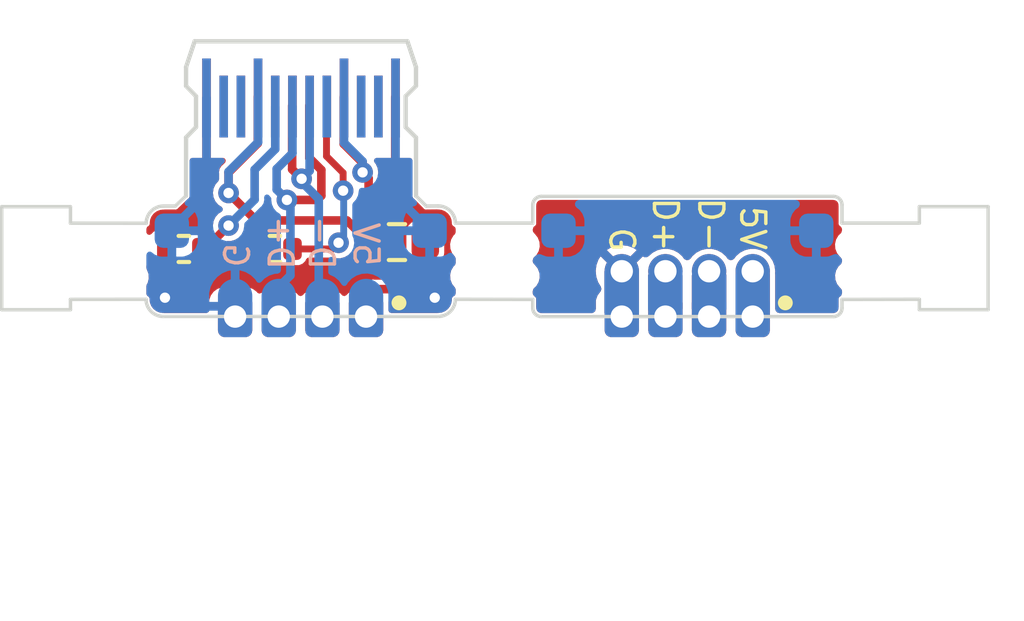
<source format=kicad_pcb>
(kicad_pcb (version 20211014) (generator pcbnew)
  (layers (0 "F.Cu" signal) (31 "B.Cu" signal) (34 "B.Paste" user) (35 "F.Paste" user) (36 "B.SilkS" user "B.Silkscreen") (37 "F.SilkS" user "F.Silkscreen") (38 "B.Mask" user) (39 "F.Mask" user) (44 "Edge.Cuts" user))
  (net 0 "")
  (net 1 "+5V")
  (net 4 "VBUS")
  (net 5 "Net-(CN1-PadP$A5)")
  (net 11 "Net-(CN1-PadP$B5)")
  (net 15 "/USBD+")
  (net 16 "/USBD-")
  (net 17 "GNDA")
  (net 18 "/5V_B")
  (net 19 "/USBD-_B")
  (net 20 "/USBD+_B")
  (net 21 "/GNDB")
  (footprint "204-pcb-wearable:STAMPHOLE_TWO" (layer "F.Cu") (at 89.625 112.95 90)
    (fp_text reference "REF**")
    (fp_text value "STAMPHOLE_TWO")
    (pad "" np_thru_hole circle locked (at 0 0 90) (size 0.6 0.6) (drill 0.6) (layers F&B.Cu *.Mask))
    (pad "" np_thru_hole circle locked (at -0.9 0 90) (size 0.6 0.6) (drill 0.6) (layers F&B.Cu *.Mask))
  )
  (footprint "204-pcb-wearable:R_0402_1005Metric_nosilk" (layer "F.Cu") (at 93.75 113.030447 180)
    (fp_text reference "R4")
    (fp_text value "5.1k")
    (fp_line (start -0.153641 -0.38) (end 0.153641 -0.38) (layer "F.SilkS") (width 0.12))
    (fp_line (start -0.153641 0.38) (end 0.153641 0.38) (layer "F.SilkS") (width 0.12))
    (pad "1" smd roundrect (at -0.51 0 180) (size 0.54 0.64) (layers "F.Cu" "F.Paste" "F.Mask") (net 11 "Net-(CN1-PadP$B5)"))
    (pad "2" smd roundrect (at 0.51 0 180) (size 0.54 0.64) (layers "F.Cu" "F.Paste" "F.Mask") (net 17 "GNDA"))
  )
  (footprint "204-pcb-wearable:R_0402_1005Metric_nosilk" (layer "F.Cu") (at 91.1 113.030447 180)
    (fp_text reference "R3")
    (fp_text value "5.1k")
    (fp_line (start -0.153641 -0.38) (end 0.153641 -0.38) (layer "F.SilkS") (width 0.12))
    (fp_line (start -0.153641 0.38) (end 0.153641 0.38) (layer "F.SilkS") (width 0.12))
    (pad "1" smd roundrect (at -0.51 0 180) (size 0.54 0.64) (layers "F.Cu" "F.Paste" "F.Mask") (net 5 "Net-(CN1-PadP$A5)"))
    (pad "2" smd roundrect (at 0.51 0 180) (size 0.54 0.64) (layers "F.Cu" "F.Paste" "F.Mask") (net 17 "GNDA"))
  )
  (footprint "204-pcb-wearable:STAMPHOLE_TWO" (layer "F.Cu") (at 99.3 112.925 90)
    (fp_text reference "REF**")
    (fp_text value "STAMPHOLE_TWO")
    (pad "" np_thru_hole circle locked (at 0 0 90) (size 0.6 0.6) (drill 0.6) (layers *.Cu *.Mask))
    (pad "" np_thru_hole circle locked (at -0.9 0 90) (size 0.6 0.6) (drill 0.6) (layers *.Cu *.Mask))
  )
  (footprint "Resistor_SMD:R_0603_1608Metric" (layer "F.Cu") (at 97.3 112.830447)
    (fp_text reference "PL1")
    (fp_text value "0ZCM0003FF2G")
    (fp_line (start -0.237258 0.5225) (end 0.237258 0.5225) (layer "F.SilkS") (width 0.12))
    (fp_line (start -0.237258 -0.5225) (end 0.237258 -0.5225) (layer "F.SilkS") (width 0.12))
    (pad "1" smd roundrect (at -0.825 0) (size 0.8 0.95) (layers "F.Cu" "F.Paste" "F.Mask") (net 4 "VBUS"))
    (pad "2" smd roundrect (at 0.825 0) (size 0.8 0.95) (layers "F.Cu" "F.Paste" "F.Mask") (net 1 "+5V"))
  )
  (footprint "204-pcb-wearable:pad_1x04_P1.27mm_usbc" (layer "F.Cu") (at 90 115 -90)
    (fp_text reference "J1")
    (fp_text value "Conn_01x04")
    (fp_text user "D+" (at -3 -3.9 -90 unlocked) (layer "B.SilkS") (effects (font (size 0.7 0.7) (thickness 0.1)) (justify right mirror)))
    (fp_text user "5V" (at -2.8 -6.4 -90 unlocked) (layer "B.SilkS") (effects (font (size 0.7 0.7) (thickness 0.1)) (justify right mirror)))
    (fp_text user "D-" (at -3 -5.1 -90 unlocked) (layer "B.SilkS") (effects (font (size 0.7 0.7) (thickness 0.1)) (justify right mirror)))
    (fp_text user "G" (at -2.2 -2.6 -90 unlocked) (layer "B.SilkS") (effects (font (size 0.7 0.7) (thickness 0.1)) (justify right mirror)))
    (pad "1" thru_hole roundrect (at 0 -6.4008 270) (size 1.2 1) (drill 0.65) (property pad_prop_castellated) (layers *.Mask "F.Cu" "In1.Cu" "B.Cu") (roundrect_rratio 0.2) (chamfer_ratio 0.2) (chamfer) (net 1 "+5V"))
    (pad "1" smd oval (at 0 -6.4008 270) (size 1.6 1) (drill (offset -0.3 0)) (layers "B.Cu" "B.Mask") (net 1 "+5V"))
    (pad "2" smd oval (at 0 -5.1308 270) (size 1.6 1) (drill (offset -0.3 0)) (layers "B.Cu" "B.Mask") (net 16 "/USBD-"))
    (pad "2" thru_hole roundrect (at 0 -5.1308 270) (size 1.2 1) (drill 0.65) (property pad_prop_castellated) (layers *.Mask "F.Cu" "In1.Cu" "B.Cu") (roundrect_rratio 0.2) (chamfer_ratio 0.2) (chamfer) (net 16 "/USBD-"))
    (pad "3" thru_hole roundrect (at 0 -3.8608 270) (size 1.2 1) (drill 0.65) (property pad_prop_castellated) (layers *.Mask "F.Cu" "In1.Cu" "B.Cu") (roundrect_rratio 0.2) (chamfer_ratio 0.2) (chamfer) (net 15 "/USBD+"))
    (pad "3" smd oval (at 0 -3.8608 270) (size 1.6 1) (drill (offset -0.3 0)) (layers "B.Cu" "B.Mask") (net 15 "/USBD+"))
    (pad "4" thru_hole roundrect (at 0 -2.5908 270) (size 1.2 1) (drill 0.65) (property pad_prop_castellated) (layers *.Mask "F.Cu" "In1.Cu" "B.Cu") (roundrect_rratio 0.2) (chamfer_ratio 0.2) (chamfer) (net 17 "GNDA"))
    (pad "4" smd oval (at 0 -2.5908 270) (size 1.6 1) (drill (offset -0.3 0)) (layers "B.Cu" "B.Mask") (net 17 "GNDA"))
    (pad "4" smd roundrect (at -2.5 -0.75) (size 1 1) (layers "B.Cu" "B.Paste" "B.Mask") (net 17 "GNDA"))
    (pad "4" smd roundrect (at -2.5 -8.25) (size 1 1) (layers "B.Cu" "B.Paste" "B.Mask") (net 17 "GNDA"))
  )
  (footprint "204-pcb-wearable:STAMPHOLE_TWO" (layer "F.Cu") (at 101 112.925 90)
    (fp_text reference "REF**")
    (fp_text value "STAMPHOLE_TWO")
    (pad "" np_thru_hole circle locked (at -0.9 0 90) (size 0.6 0.6) (drill 0.6) (layers *.Cu *.Mask))
    (pad "" np_thru_hole circle locked (at 0 0 90) (size 0.6 0.6) (drill 0.6) (layers *.Cu *.Mask))
  )
  (footprint "204-pcb-wearable:pad_1x04_P1.27mm_usbc_with_hole" (layer "F.Cu") (at 101.25 115 -90)
    (fp_text reference "J2")
    (fp_text value "Conn_01x04")
    (fp_text user "D-" (at -1.8288 -5.1816 -90 unlocked) (layer "F.SilkS") (effects (font (size 0.7 0.7) (thickness 0.1)) (justify right)))
    (fp_text user "D+" (at -1.8288 -3.8608 -90 unlocked) (layer "F.SilkS") (effects (font (size 0.7 0.7) (thickness 0.1)) (justify right)))
    (fp_text user "G" (at -1.8288 -2.5908 -90 unlocked) (layer "F.SilkS") (effects (font (size 0.7 0.7) (thickness 0.1)) (justify right)))
    (fp_text user "5V" (at -1.8796 -6.4008 -90 unlocked) (layer "F.SilkS") (effects (font (size 0.7 0.7) (thickness 0.1)) (justify right)))
    (pad "1" thru_hole circle (at -1.3208 -6.4008 270) (size 1 1) (drill 0.65) (property pad_prop_castellated) (layers *.Cu *.Mask) (net 18 "/5V_B"))
    (pad "1" thru_hole roundrect (at 0 -6.4008 270) (size 1.2 1) (drill 0.65) (property pad_prop_castellated) (layers *.Mask "F.Cu" "In1.Cu" "B.Cu") (roundrect_rratio 0.2) (chamfer_ratio 0.2) (chamfer) (net 18 "/5V_B"))
    (pad "2" thru_hole circle (at -1.3208 -5.1308 270) (size 1 1) (drill 0.65) (property pad_prop_castellated) (layers *.Cu *.Mask) (net 19 "/USBD-_B"))
    (pad "2" thru_hole roundrect (at 0 -5.1308 270) (size 1.2 1) (drill 0.65) (property pad_prop_castellated) (layers *.Mask "F.Cu" "In1.Cu" "B.Cu") (roundrect_rratio 0.2) (chamfer_ratio 0.2) (chamfer) (net 19 "/USBD-_B"))
    (pad "3" thru_hole circle (at -1.3208 -3.8608 270) (size 1 1) (drill 0.65) (property pad_prop_castellated) (layers *.Cu *.Mask) (net 20 "/USBD+_B"))
    (pad "3" thru_hole roundrect (at 0 -3.8608 270) (size 1.2 1) (drill 0.65) (property pad_prop_castellated) (layers *.Mask "F.Cu" "In1.Cu" "B.Cu") (roundrect_rratio 0.2) (chamfer_ratio 0.2) (chamfer) (net 20 "/USBD+_B"))
    (pad "4" smd roundrect (at -2.5 -0.75) (size 1 1) (layers "B.Cu" "B.Paste" "B.Mask") (net 21 "/GNDB"))
    (pad "4" smd roundrect (at -2.5 -8.25) (size 1 1) (layers "B.Cu" "B.Paste" "B.Mask") (net 21 "/GNDB"))
    (pad "4" thru_hole roundrect (at 0 -2.5908 270) (size 1.2 1) (drill 0.65) (property pad_prop_castellated) (layers *.Mask "F.Cu" "In1.Cu" "B.Cu") (roundrect_rratio 0.2) (chamfer_ratio 0.2) (chamfer) (net 21 "/GNDB"))
    (pad "4" thru_hole circle (at -1.3208 -2.5908 270) (size 1 1) (drill 0.65) (property pad_prop_castellated) (layers *.Cu *.Mask) (net 21 "/GNDB"))
  )
  (footprint "204-pcb-wearable:STAMPHOLE_TWO" (layer "B.Cu") (at 112.2 112.925 90)
    (fp_text reference "REF**")
    (fp_text value "STAMPHOLE_TWO")
    (pad "" np_thru_hole circle locked (at 0 0 90) (size 0.6 0.6) (drill 0.6) (layers F&B.Cu *.Mask))
    (pad "" np_thru_hole circle locked (at -0.9 0 90) (size 0.6 0.6) (drill 0.6) (layers F&B.Cu *.Mask))
  )
  (footprint "204-pcb-wearable:STAMPHOLE_TWO" (layer "B.Cu") (at 110.5 112.925 90)
    (fp_text reference "REF**")
    (fp_text value "STAMPHOLE_TWO")
    (pad "" np_thru_hole circle locked (at -0.9 0 90) (size 0.6 0.6) (drill 0.6) (layers F&B.Cu *.Mask))
    (pad "" np_thru_hole circle locked (at 0 0 90) (size 0.6 0.6) (drill 0.6) (layers F&B.Cu *.Mask))
  )
  (footprint "203-business-card:USB-C_PCBPLUG" (layer "B.Cu") (at 94.508649 108.884047 90)
    (fp_text reference "CN1" hide)
    (fp_text value "CON_USB-CPCBPLUG" hide)
    (fp_line (start -0.6 -3.055) (end 0.3 -3.055) (layer "Edge.Cuts") (width 0.127))
    (fp_line (start 0.3 3.045) (end 0.6 3.345) (layer "Edge.Cuts") (width 0.127))
    (fp_line (start 0.6 -3.345) (end 1.15 -3.345) (layer "Edge.Cuts") (width 0.127))
    (fp_line (start 1.9 -3.095) (end 1.15 -3.345) (layer "Edge.Cuts") (width 0.127))
    (fp_line (start -2.6 3.345) (end -0.9 3.345) (layer "Edge.Cuts") (width 0.127))
    (fp_line (start 1.15 3.345) (end 1.9 3.095) (layer "Edge.Cuts") (width 0.127))
    (fp_line (start -2.6 -3.345) (end -0.9 -3.345) (layer "Edge.Cuts") (width 0.127))
    (fp_line (start 0.3 -3.055) (end 0.6 -3.345) (layer "Edge.Cuts") (width 0.127))
    (fp_line (start -0.9 -3.345) (end -0.6 -3.055) (layer "Edge.Cuts") (width 0.127))
    (fp_line (start 1.9 3.095) (end 1.9 -3.095) (layer "Edge.Cuts") (width 0.127))
    (fp_line (start 0.6 3.345) (end 1.15 3.345) (layer "Edge.Cuts") (width 0.127))
    (fp_line (start -0.6 3.045) (end 0.3 3.045) (layer "Edge.Cuts") (width 0.127))
    (fp_line (start -0.9 3.345) (end -0.6 3.045) (layer "Edge.Cuts") (width 0.127))
    (pad "P$A1" smd rect locked (at 0.25 -2.75 90) (size 2.3 0.25) (layers "B.Cu" "B.Mask") (net 17 "GNDA"))
    (pad "P$A2" smd rect locked (at 0 -2.25 90) (size 1.8 0.25) (layers "B.Cu" "B.Mask"))
    (pad "P$A3" smd rect locked (at 0 -1.75 90) (size 1.8 0.25) (layers "B.Cu" "B.Mask"))
    (pad "P$A4" smd rect locked (at 0.25 -1.25 90) (size 2.3 0.25) (layers "B.Cu" "B.Mask") (net 4 "VBUS"))
    (pad "P$A5" smd rect locked (at 0 -0.75 90) (size 1.8 0.25) (layers "B.Cu" "B.Mask") (net 5 "Net-(CN1-PadP$A5)"))
    (pad "P$A6" smd rect locked (at 0 -0.25 90) (size 1.8 0.25) (layers "B.Cu" "B.Mask") (net 15 "/USBD+"))
    (pad "P$A7" smd rect locked (at 0 0.25 90) (size 1.8 0.25) (layers "B.Cu" "B.Mask") (net 16 "/USBD-"))
    (pad "P$A8" smd rect locked (at 0 0.75 90) (size 1.8 0.25) (layers "B.Cu" "B.Mask"))
    (pad "P$A9" smd rect locked (at 0.25 1.25 90) (size 2.3 0.25) (layers "B.Cu" "B.Mask") (net 4 "VBUS"))
    (pad "P$A10" smd rect locked (at 0 1.75 90) (size 1.8 0.25) (layers "B.Cu" "B.Mask"))
    (pad "P$A11" smd rect locked (at 0 2.25 90) (size 1.8 0.25) (layers "B.Cu" "B.Mask"))
    (pad "P$A12" smd rect locked (at 0.25 2.75 90) (size 2.3 0.25) (layers "B.Cu" "B.Mask") (net 17 "GNDA"))
    (pad "P$B1" smd rect locked (at 0.25 2.75 90) (size 2.3 0.25) (layers "F.Cu" "F.Mask") (net 17 "GNDA"))
    (pad "P$B2" smd rect locked (at 0 2.25 90) (size 1.8 0.25) (layers "F.Cu" "F.Mask"))
    (pad "P$B3" smd rect locked (at 0 1.75 90) (size 1.8 0.25) (layers "F.Cu" "F.Mask"))
    (pad "P$B4" smd rect locked (at 0.25 1.25 90) (size 2.3 0.25) (layers "F.Cu" "F.Mask") (net 4 "VBUS"))
    (pad "P$B5" smd rect locked (at 0 0.75 90) (size 1.8 0.25) (layers "F.Cu" "F.Mask") (net 11 "Net-(CN1-PadP$B5)"))
    (pad "P$B6" smd rect locked (at 0 0.25 90) (size 1.8 0.25) (layers "F.Cu" "F.Mask") (net 15 "/USBD+"))
    (pad "P$B7" smd rect locked (at 0 -0.25 90) (size 1.8 0.25) (layers "F.Cu" "F.Mask") (net 16 "/USBD-"))
    (pad "P$B8" smd rect locked (at 0 -0.75 90) (size 1.8 0.25) (layers "F.Cu" "F.Mask"))
    (pad "P$B9" smd rect locked (at 0.25 -1.25 90) (size 2.3 0.25) (layers "F.Cu" "F.Mask") (net 4 "VBUS"))
    (pad "P$B10" smd rect locked (at 0 -1.75 90) (size 1.8 0.25) (layers "F.Cu" "F.Mask"))
    (pad "P$B11" smd rect locked (at 0 -2.25 90) (size 1.8 0.25) (layers "F.Cu" "F.Mask"))
    (pad "P$B12" smd rect locked (at 0.25 -2.75 90) (size 2.3 0.25) (layers "F.Cu" "F.Mask") (net 17 "GNDA"))
  )
  (gr_circle (center 97.358579 114.6) (end 97.5 114.6) (layer "F.SilkS") (width 0.15) (fill solid))
  (gr_circle (center 108.6 114.6) (end 108.741421 114.6) (layer "F.SilkS") (width 0.15) (fill solid))
  (gr_line (start 98.5 111.777947) (end 98.15 111.780447) (layer "Edge.Cuts") (width 0.1))
  (gr_line (start 90.003553 112.2815) (end 87.8 112.279724) (layer "Edge.Cuts") (width 0.1))
  (gr_line (start 87.8 112.279724) (end 87.8 111.8) (layer "Edge.Cuts") (width 0.1))
  (gr_line (start 110 111.5) (end 101.5 111.5) (layer "Edge.Cuts") (width 0.1))
  (gr_line (start 110.25 114.75) (end 110.25 114.5) (layer "Edge.Cuts") (width 0.1))
  (gr_line (start 114.5 114.798223) (end 114.5 111.798223) (layer "Edge.Cuts") (width 0.1))
  (gr_line (start 87.8 111.8) (end 85.8 111.8) (layer "Edge.Cuts") (width 0.1))
  (gr_line (start 90.5 114.996447) (end 98.5 114.996447) (layer "Edge.Cuts") (width 0.1))
  (gr_arc (start 101.5 115) (mid 101.323223 114.926777) (end 101.25 114.75) (layer "Edge.Cuts") (width 0.1))
  (gr_line (start 101.5 115) (end 110 115) (layer "Edge.Cuts") (width 0.1))
  (gr_line (start 85.8 111.8) (end 85.8 114.8) (layer "Edge.Cuts") (width 0.1))
  (gr_line (start 110.25 111.75) (end 110.25 112.277947) (layer "Edge.Cuts") (width 0.1))
  (gr_line (start 101.25 112.277947) (end 99 112.277947) (layer "Edge.Cuts") (width 0.1))
  (gr_line (start 112.5 114.798223) (end 114.5 114.798223) (layer "Edge.Cuts") (width 0.1))
  (gr_line (start 112.5 114.496447) (end 112.5 114.798223) (layer "Edge.Cuts") (width 0.1))
  (gr_arc (start 90.5 114.996447) (mid 90.146447 114.85) (end 90 114.496447) (layer "Edge.Cuts") (width 0.1))
  (gr_line (start 90.85 111.780447) (end 91.163649 111.484047) (layer "Edge.Cuts") (width 0.1))
  (gr_line (start 87.8 114.8) (end 87.8 114.498224) (layer "Edge.Cuts") (width 0.1))
  (gr_line (start 112.5 114.496447) (end 110.25 114.5) (layer "Edge.Cuts") (width 0.1))
  (gr_arc (start 101.25 111.75) (mid 101.323223 111.573223) (end 101.5 111.5) (layer "Edge.Cuts") (width 0.1))
  (gr_line (start 101.25 114.5) (end 99 114.496447) (layer "Edge.Cuts") (width 0.1))
  (gr_line (start 114.5 111.798223) (end 112.5 111.798223) (layer "Edge.Cuts") (width 0.1))
  (gr_line (start 101.25 112.277947) (end 101.25 111.75) (layer "Edge.Cuts") (width 0.1))
  (gr_arc (start 110.25 114.75) (mid 110.176777 114.926777) (end 110 115) (layer "Edge.Cuts") (width 0.1))
  (gr_line (start 101.25 114.5) (end 101.25 114.75) (layer "Edge.Cuts") (width 0.1))
  (gr_arc (start 110 111.5) (mid 110.176777 111.573223) (end 110.25 111.75) (layer "Edge.Cuts") (width 0.1))
  (gr_line (start 112.5 112.277947) (end 110.25 112.277947) (layer "Edge.Cuts") (width 0.1))
  (gr_arc (start 90.003553 112.2815) (mid 90.15 111.927947) (end 90.503553 111.7815) (layer "Edge.Cuts") (width 0.1))
  (gr_line (start 112.5 111.798223) (end 112.5 112.277947) (layer "Edge.Cuts") (width 0.1))
  (gr_line (start 90.85 111.780447) (end 90.503553 111.7815) (layer "Edge.Cuts") (width 0.1))
  (gr_line (start 90 114.496447) (end 87.8 114.498224) (layer "Edge.Cuts") (width 0.1))
  (gr_line (start 98.15 111.780447) (end 97.853649 111.484047) (layer "Edge.Cuts") (width 0.1))
  (gr_line (start 85.8 114.8) (end 87.8 114.8) (layer "Edge.Cuts") (width 0.1))
  (gr_arc (start 98.5 111.777947) (mid 98.853553 111.924394) (end 99 112.277947) (layer "Edge.Cuts") (width 0.1))
  (gr_arc (start 99 114.496447) (mid 98.853553 114.85) (end 98.5 114.996447) (layer "Edge.Cuts") (width 0.1))
  (segment (start 96.4008 115) (end 96.4008 114.3992) (width 0.25) (layer "F.Cu") (net 1))
  (segment (start 98.125 113.675) (end 98.125 112.830447) (width 0.25) (layer "F.Cu") (net 1))
  (segment (start 96.6 114.2) (end 97.6 114.2) (width 0.25) (layer "F.Cu") (net 1))
  (segment (start 96.4008 114.3992) (end 96.6 114.2) (width 0.25) (layer "F.Cu") (net 1))
  (segment (start 97.6 114.2) (end 98.125 113.675) (width 0.25) (layer "F.Cu") (net 1))
  (segment (start 93.25 109.955447) (end 93.25 108.61138) (width 0.25) (layer "F.Cu") (net 4))
  (segment (start 92.4 111.4) (end 93.2 112.2) (width 0.25) (layer "F.Cu") (net 4))
  (segment (start 93.2 112.2) (end 95.844553 112.2) (width 0.25) (layer "F.Cu") (net 4))
  (segment (start 96.3 110.8) (end 96.3 110.520398) (width 0.25) (layer "F.Cu") (net 4))
  (segment (start 96.3 110.8) (end 96.475 110.975) (width 0.25) (layer "F.Cu") (net 4))
  (segment (start 95.844553 112.2) (end 96.475 112.830447) (width 0.25) (layer "F.Cu") (net 4))
  (segment (start 92.4 111.4) (end 92.4 110.805447) (width 0.25) (layer "F.Cu") (net 4))
  (segment (start 95.75 109.970398) (end 95.75 108.61138) (width 0.25) (layer "F.Cu") (net 4))
  (segment (start 92.4 110.805447) (end 93.25 109.955447) (width 0.25) (layer "F.Cu") (net 4))
  (segment (start 96.475 110.975) (end 96.475 112.755447) (width 0.25) (layer "F.Cu") (net 4))
  (segment (start 96.3 110.520398) (end 95.75 109.970398) (width 0.25) (layer "F.Cu") (net 4))
  (via (at 92.4 111.4) (size 0.6) (drill 0.3) (layers "F.Cu" "B.Cu") (net 4))
  (via (at 96.3 110.8) (size 0.6) (drill 0.3) (layers "F.Cu" "B.Cu") (net 4))
  (segment (start 96.3 110.480447) (end 95.758649 109.939096) (width 0.25) (layer "B.Cu") (net 4))
  (segment (start 93.258649 109.921798) (end 93.258649 108.634047) (width 0.25) (layer "B.Cu") (net 4))
  (segment (start 96.3 110.8) (end 96.3 110.480447) (width 0.25) (layer "B.Cu") (net 4))
  (segment (start 92.4 111.4) (end 92.4 110.780447) (width 0.25) (layer "B.Cu") (net 4))
  (segment (start 95.758649 109.939096) (end 95.758649 108.634047) (width 0.25) (layer "B.Cu") (net 4))
  (segment (start 92.4 110.780447) (end 93.258649 109.921798) (width 0.25) (layer "B.Cu") (net 4))
  (segment (start 91.719553 113.030447) (end 91.61 113.030447) (width 0.25) (layer "F.Cu") (net 5))
  (segment (start 92.4 112.35) (end 91.719553 113.030447) (width 0.25) (layer "F.Cu") (net 5))
  (via (at 92.4 112.35) (size 0.6) (drill 0.3) (layers "F.Cu" "B.Cu") (net 5))
  (segment (start 93.758649 110.121798) (end 93.758649 108.884047) (width 0.25) (layer "B.Cu") (net 5))
  (segment (start 93.158957 110.72149) (end 93.158957 111.591043) (width 0.25) (layer "B.Cu") (net 5))
  (segment (start 93.158957 111.591043) (end 92.4 112.35) (width 0.25) (layer "B.Cu") (net 5))
  (segment (start 93.158957 110.72149) (end 93.758649 110.121798) (width 0.25) (layer "B.Cu") (net 5))
  (segment (start 95.25 110.330447) (end 95.25 108.86138) (width 0.2) (layer "F.Cu") (net 11))
  (segment (start 95.73341 111.33341) (end 95.73341 110.813857) (width 0.2) (layer "F.Cu") (net 11))
  (segment (start 95.6 112.85) (end 95.419553 113.030447) (width 0.2) (layer "F.Cu") (net 11))
  (segment (start 95.73341 110.813857) (end 95.25 110.330447) (width 0.2) (layer "F.Cu") (net 11))
  (segment (start 95.419553 113.030447) (end 94.26 113.030447) (width 0.2) (layer "F.Cu") (net 11))
  (via (at 95.6 112.85) (size 0.6) (drill 0.3) (layers "F.Cu" "B.Cu") (net 11))
  (via (at 95.73341 111.33341) (size 0.6) (drill 0.3) (layers "F.Cu" "B.Cu") (net 11))
  (segment (start 95.6 112.85) (end 95.75 112.7) (width 0.2) (layer "B.Cu") (net 11))
  (segment (start 95.75 112.7) (end 95.75 111.35) (width 0.2) (layer "B.Cu") (net 11))
  (segment (start 95.75 111.35) (end 95.73341 111.33341) (width 0.2) (layer "B.Cu") (net 11))
  (segment (start 94.75 110.380447) (end 94.75 108.86138) (width 0.25) (layer "F.Cu") (net 15))
  (segment (start 95.1 110.730447) (end 94.75 110.380447) (width 0.25) (layer "F.Cu") (net 15))
  (segment (start 94.977415 111.603032) (end 95.1 111.480447) (width 0.25) (layer "F.Cu") (net 15))
  (segment (start 94.097894 111.603032) (end 94.977415 111.603032) (width 0.25) (layer "F.Cu") (net 15))
  (segment (start 95.1 111.480447) (end 95.1 110.730447) (width 0.25) (layer "F.Cu") (net 15))
  (via (at 94.097894 111.603032) (size 0.6) (drill 0.3) (layers "F.Cu" "B.Cu") (net 15))
  (segment (start 94.258649 110.241351) (end 94.258649 108.884047) (width 0.25) (layer "B.Cu") (net 15))
  (segment (start 94.097894 111.603032) (end 94.2 111.705138) (width 0.25) (layer "B.Cu") (net 15))
  (segment (start 93.8 111.3) (end 93.8 110.7) (width 0.25) (layer "B.Cu") (net 15))
  (segment (start 94.097894 111.603032) (end 94.1 111.600926) (width 0.25) (layer "B.Cu") (net 15))
  (segment (start 94.2 113.8) (end 93.8608 114.1392) (width 0.25) (layer "B.Cu") (net 15))
  (segment (start 93.8 110.7) (end 94.258649 110.241351) (width 0.25) (layer "B.Cu") (net 15))
  (segment (start 94.1 111.600926) (end 94.1 111.6) (width 0.25) (layer "B.Cu") (net 15))
  (segment (start 93.8608 114.1392) (end 93.8608 115) (width 0.25) (layer "B.Cu") (net 15))
  (segment (start 94.1 111.6) (end 93.8 111.3) (width 0.25) (layer "B.Cu") (net 15))
  (segment (start 94.2 111.705138) (end 94.2 113.8) (width 0.25) (layer "B.Cu") (net 15))
  (segment (start 94.5255 110.987478) (end 94.25 110.711978) (width 0.25) (layer "F.Cu") (net 16))
  (segment (start 94.25 110.711978) (end 94.25 108.86138) (width 0.25) (layer "F.Cu") (net 16))
  (via (at 94.5255 110.987478) (size 0.6) (drill 0.3) (layers "F.Cu" "B.Cu") (net 16))
  (segment (start 94.5255 111.0755) (end 95.025 111.575) (width 0.25) (layer "B.Cu") (net 16))
  (segment (start 95.025 114.8942) (end 95.1308 115) (width 0.25) (layer "B.Cu") (net 16))
  (segment (start 94.5255 110.987478) (end 94.758649 110.754329) (width 0.25) (layer "B.Cu") (net 16))
  (segment (start 94.758649 110.754329) (end 94.758649 108.884047) (width 0.25) (layer "B.Cu") (net 16))
  (segment (start 95.025 111.575) (end 95.025 114.8942) (width 0.25) (layer "B.Cu") (net 16))
  (segment (start 94.5255 110.987478) (end 94.5255 111.0755) (width 0.25) (layer "B.Cu") (net 16))
  (segment (start 91.758649 110.621798) (end 91.758649 108.634047) (width 0.25) (layer "F.Cu") (net 17))
  (segment (start 97.25 110.630447) (end 97.25 108.61138) (width 0.25) (layer "F.Cu") (net 17))
  (via (at 90.55 114.45) (size 0.6) (drill 0.3) (layers "F.Cu" "B.Cu") (net 17))
  (via (at 98.4 114.45) (size 0.6) (drill 0.3) (layers "F.Cu" "B.Cu") (net 17))
  (segment (start 97.258649 111.489096) (end 97.258649 110.941351) (width 0.25) (layer "B.Cu") (net 17))
  (segment (start 91.758649 108.634047) (end 91.758649 111.434047) (width 0.25) (layer "B.Cu") (net 17))
  (segment (start 91.758649 111.434047) (end 90.758649 112.434047) (width 0.25) (layer "B.Cu") (net 17))
  (segment (start 98.3 112.530447) (end 97.258649 111.489096) (width 0.25) (layer "B.Cu") (net 17))
  (segment (start 97.258649 110.941351) (end 97.258649 108.634047) (width 0.25) (layer "B.Cu") (net 17))
  (zone (net 21) (net_name "/GNDB") (layers F&B.Cu) (name "GND-B") (priority 2) (connect_pads yes (clearance 0.1)) (min_thickness 0.254) (fill yes (thermal_gap 0.5) (thermal_bridge_width 0.508))
    (polygon (pts (xy 104.34 115) (xy 103.335 115) (xy 103.335 113.675) (xy 104.34 113.675)))
  )
  (zone (net 19) (net_name "/USBD-_B") (layers F&B.Cu) (name "D--B") (priority 2) (connect_pads yes (clearance 0.1)) (min_thickness 0.254) (fill yes (thermal_gap 0.5) (thermal_bridge_width 0.508))
    (polygon (pts (xy 106.885 115) (xy 105.88 115) (xy 105.88 113.675) (xy 106.885 113.675)))
  )
  (zone (net 18) (net_name "/5V_B") (layers F&B.Cu) (name "5V-B") (priority 2) (connect_pads yes (clearance 0.1)) (min_thickness 0.254) (fill yes (thermal_gap 0.5) (thermal_bridge_width 0.508))
    (polygon (pts (xy 108.15 115.05) (xy 107.15 115.05) (xy 107.15 113.65) (xy 108.15 113.65)))
  )
  (zone (net 20) (net_name "/USBD+_B") (layers F&B.Cu) (name "D+-B") (priority 2) (connect_pads yes (clearance 0.1)) (min_thickness 0.254) (fill yes (thermal_gap 0.5) (thermal_bridge_width 0.508))
    (polygon (pts (xy 105.61 115) (xy 104.605 115) (xy 104.605 113.675) (xy 105.61 113.675)))
  )
  (zone (net 17) (net_name "GNDA") (layers F&B.Cu) (name "GNDA") (priority 2) (connect_pads (clearance 0.1)) (min_thickness 0.17) (fill yes (thermal_gap 0.254) (thermal_bridge_width 0.254))
    (polygon (pts (xy 90.008649 114.980447) (xy 90.008649 110.376847) (xy 99.008649 110.376847) (xy 99.008649 114.980447)))
  )
  (zone (net 21) (net_name "/GNDB") (layers F&B.Cu) (name "GNDB") (connect_pads (clearance 0.1)) (min_thickness 0.254) (fill yes (thermal_gap 0.254) (thermal_bridge_width 0.254))
    (polygon (pts (xy 110.25 115) (xy 101.25 115) (xy 101.25 111.5) (xy 110.25 111.5)))
  )
)
</source>
